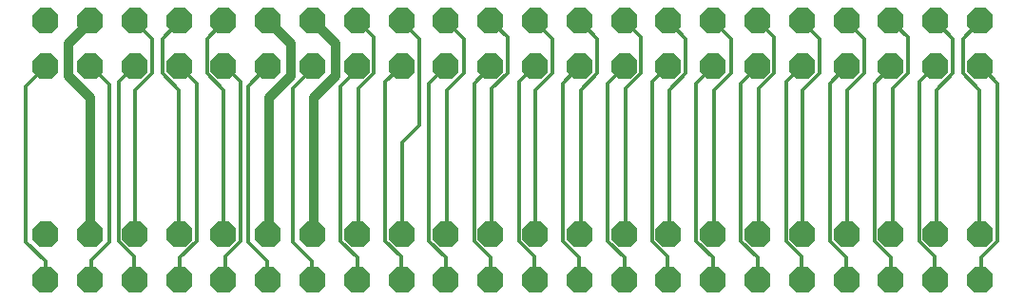
<source format=gtl>
G04 EAGLE Gerber RS-274X export*
G75*
%MOMM*%
%FSLAX34Y34*%
%LPD*%
%INTop Copper*%
%IPPOS*%
%AMOC8*
5,1,8,0,0,1.08239X$1,22.5*%
G01*
%ADD10P,2.474344X8X202.500000*%
%ADD11P,2.474344X8X22.500000*%
%ADD12C,0.812800*%
%ADD13C,0.304800*%


D10*
X568960Y261620D03*
X568960Y220980D03*
X608584Y261620D03*
X648208Y261620D03*
X687832Y261620D03*
X727456Y261620D03*
X767080Y261620D03*
X806704Y261620D03*
X846328Y261620D03*
X885952Y261620D03*
X925576Y261620D03*
X965200Y261620D03*
X608584Y220980D03*
X648208Y220980D03*
X687832Y220980D03*
X727456Y220980D03*
X767080Y220980D03*
X806704Y220980D03*
X846328Y220980D03*
X885952Y220980D03*
X925576Y220980D03*
X965200Y220980D03*
D11*
X529336Y220980D03*
X529336Y261620D03*
X489712Y220980D03*
X450088Y220980D03*
X410464Y220980D03*
X370840Y220980D03*
X331216Y220980D03*
X291592Y220980D03*
X251968Y220980D03*
X212344Y220980D03*
X172720Y220980D03*
X133096Y220980D03*
X489712Y261620D03*
X450088Y261620D03*
X410464Y261620D03*
X370840Y261620D03*
X331216Y261620D03*
X291592Y261620D03*
X251968Y261620D03*
X212344Y261620D03*
X172720Y261620D03*
X133096Y261620D03*
D10*
X568960Y71120D03*
X568960Y30480D03*
X608584Y71120D03*
X648208Y71120D03*
X687832Y71120D03*
X727456Y71120D03*
X767080Y71120D03*
X806704Y71120D03*
X846328Y71120D03*
X885952Y71120D03*
X925576Y71120D03*
X965200Y71120D03*
X608584Y30480D03*
X648208Y30480D03*
X687832Y30480D03*
X727456Y30480D03*
X767080Y30480D03*
X806704Y30480D03*
X846328Y30480D03*
X885952Y30480D03*
X925576Y30480D03*
X965200Y30480D03*
D11*
X529336Y30480D03*
X529336Y71120D03*
X489712Y30480D03*
X450088Y30480D03*
X410464Y30480D03*
X370840Y30480D03*
X331216Y30480D03*
X291592Y30480D03*
X251968Y30480D03*
X212344Y30480D03*
X172720Y30480D03*
X133096Y30480D03*
X489712Y71120D03*
X450088Y71120D03*
X410464Y71120D03*
X370840Y71120D03*
X331216Y71120D03*
X291592Y71120D03*
X251968Y71120D03*
X212344Y71120D03*
X172720Y71120D03*
X133096Y71120D03*
D12*
X172593Y72009D02*
X172593Y193167D01*
X153162Y212598D01*
X153162Y241173D01*
X172593Y260604D01*
X172593Y72009D02*
X172720Y71120D01*
X172593Y260604D02*
X172720Y261620D01*
D13*
X924687Y51435D02*
X924687Y30861D01*
X924687Y51435D02*
X910971Y65151D01*
X910971Y206883D01*
X924687Y220599D01*
X924687Y30861D02*
X925576Y30480D01*
X924687Y220599D02*
X925576Y220980D01*
X885825Y50292D02*
X885825Y30861D01*
X885825Y50292D02*
X870966Y65151D01*
X870966Y205740D01*
X885825Y220599D01*
X885825Y30861D02*
X885952Y30480D01*
X885825Y220599D02*
X885952Y220980D01*
X845820Y50292D02*
X845820Y30861D01*
X845820Y50292D02*
X830961Y65151D01*
X830961Y205740D01*
X845820Y220599D01*
X845820Y30861D02*
X846328Y30480D01*
X845820Y220599D02*
X846328Y220980D01*
X648081Y50292D02*
X648081Y30861D01*
X648081Y50292D02*
X633222Y65151D01*
X633222Y205740D01*
X648081Y220599D01*
X648081Y30861D02*
X648208Y30480D01*
X648081Y220599D02*
X648208Y220980D01*
X608076Y50292D02*
X608076Y30861D01*
X608076Y50292D02*
X593217Y65151D01*
X593217Y205740D01*
X608076Y220599D01*
X608076Y30861D02*
X608584Y30480D01*
X608076Y220599D02*
X608584Y220980D01*
X568071Y51435D02*
X568071Y30861D01*
X568071Y51435D02*
X554355Y65151D01*
X554355Y206883D01*
X568071Y220599D01*
X568071Y30861D02*
X568960Y30480D01*
X568071Y220599D02*
X568960Y220980D01*
X529209Y50292D02*
X529209Y30861D01*
X529209Y50292D02*
X514350Y65151D01*
X514350Y205740D01*
X529209Y220599D01*
X529209Y30861D02*
X529336Y30480D01*
X529209Y220599D02*
X529336Y220980D01*
X489204Y50292D02*
X489204Y30861D01*
X489204Y50292D02*
X474345Y65151D01*
X474345Y205740D01*
X489204Y220599D01*
X489204Y30861D02*
X489712Y30480D01*
X489204Y220599D02*
X489712Y220980D01*
X449199Y51435D02*
X449199Y30861D01*
X449199Y51435D02*
X435483Y65151D01*
X435483Y206883D01*
X449199Y220599D01*
X449199Y30861D02*
X450088Y30480D01*
X449199Y220599D02*
X450088Y220980D01*
X965835Y50292D02*
X965835Y30861D01*
X965835Y50292D02*
X980694Y65151D01*
X980694Y205740D01*
X965835Y220599D01*
X965835Y30861D02*
X965200Y30480D01*
X965835Y220599D02*
X965200Y220980D01*
X805815Y51435D02*
X805815Y30861D01*
X805815Y51435D02*
X792099Y65151D01*
X792099Y206883D01*
X805815Y220599D01*
X805815Y30861D02*
X806704Y30480D01*
X805815Y220599D02*
X806704Y220980D01*
X766953Y50292D02*
X766953Y30861D01*
X766953Y50292D02*
X752094Y65151D01*
X752094Y205740D01*
X766953Y220599D01*
X766953Y30861D02*
X767080Y30480D01*
X766953Y220599D02*
X767080Y220980D01*
X726948Y50292D02*
X726948Y30861D01*
X726948Y50292D02*
X712089Y65151D01*
X712089Y205740D01*
X726948Y220599D01*
X726948Y30861D02*
X727456Y30480D01*
X726948Y220599D02*
X727456Y220980D01*
X686943Y51435D02*
X686943Y30861D01*
X686943Y51435D02*
X673227Y65151D01*
X673227Y206883D01*
X686943Y220599D01*
X686943Y30861D02*
X687832Y30480D01*
X686943Y220599D02*
X687832Y220980D01*
X410337Y50292D02*
X410337Y30861D01*
X410337Y50292D02*
X395478Y65151D01*
X395478Y203454D01*
X410337Y218313D01*
X410337Y220599D01*
X410337Y30861D02*
X410464Y30480D01*
X410337Y220599D02*
X410464Y220980D01*
X370332Y46863D02*
X370332Y30861D01*
X370332Y46863D02*
X353187Y64008D01*
X353187Y201168D01*
X370332Y218313D01*
X370332Y220599D01*
X370332Y30861D02*
X370840Y30480D01*
X370332Y220599D02*
X370840Y220980D01*
X728091Y200025D02*
X728091Y72009D01*
X728091Y200025D02*
X742950Y214884D01*
X742950Y245745D01*
X728091Y260604D01*
X728091Y72009D02*
X727456Y71120D01*
X728091Y260604D02*
X727456Y261620D01*
X450342Y153162D02*
X450342Y72009D01*
X450342Y153162D02*
X465201Y168021D01*
X465201Y245745D01*
X450342Y260604D01*
X450342Y72009D02*
X450088Y71120D01*
X450342Y260604D02*
X450088Y261620D01*
X490347Y200025D02*
X490347Y72009D01*
X490347Y200025D02*
X505206Y214884D01*
X505206Y245745D01*
X490347Y260604D01*
X490347Y72009D02*
X489712Y71120D01*
X490347Y260604D02*
X489712Y261620D01*
X530352Y201168D02*
X530352Y72009D01*
X530352Y201168D02*
X544068Y214884D01*
X544068Y246888D01*
X529336Y261620D01*
X530352Y72009D02*
X529336Y71120D01*
X569214Y72009D02*
X569214Y200025D01*
X584073Y214884D01*
X584073Y245745D01*
X569214Y260604D01*
X569214Y72009D02*
X568960Y71120D01*
X569214Y260604D02*
X568960Y261620D01*
X609219Y200025D02*
X609219Y72009D01*
X609219Y200025D02*
X624078Y214884D01*
X624078Y245745D01*
X609219Y260604D01*
X609219Y72009D02*
X608584Y71120D01*
X609219Y260604D02*
X608584Y261620D01*
X649224Y201168D02*
X649224Y72009D01*
X649224Y201168D02*
X662940Y214884D01*
X662940Y246888D01*
X648208Y261620D01*
X649224Y72009D02*
X648208Y71120D01*
X688086Y72009D02*
X688086Y200025D01*
X702945Y214884D01*
X702945Y245745D01*
X688086Y260604D01*
X688086Y72009D02*
X687832Y71120D01*
X688086Y260604D02*
X687832Y261620D01*
X330327Y46863D02*
X330327Y30861D01*
X330327Y46863D02*
X313182Y64008D01*
X313182Y203454D01*
X330327Y220599D01*
X330327Y30861D02*
X331216Y30480D01*
X330327Y220599D02*
X331216Y220980D01*
X411480Y201168D02*
X411480Y72009D01*
X411480Y201168D02*
X425196Y214884D01*
X425196Y246888D01*
X410464Y261620D01*
X411480Y72009D02*
X410464Y71120D01*
X768096Y72009D02*
X768096Y201168D01*
X781812Y214884D01*
X781812Y246888D01*
X767080Y261620D01*
X768096Y72009D02*
X767080Y71120D01*
X846963Y72009D02*
X846963Y200025D01*
X861822Y214884D01*
X861822Y245745D01*
X846963Y260604D01*
X846963Y72009D02*
X846328Y71120D01*
X846963Y260604D02*
X846328Y261620D01*
X886968Y201168D02*
X886968Y72009D01*
X886968Y201168D02*
X900684Y214884D01*
X900684Y246888D01*
X885952Y261620D01*
X886968Y72009D02*
X885952Y71120D01*
X173736Y48006D02*
X173736Y30861D01*
X173736Y48006D02*
X189738Y64008D01*
X189738Y204597D01*
X173736Y220599D01*
X173736Y30861D02*
X172720Y30480D01*
X173736Y220599D02*
X172720Y220980D01*
X925830Y200025D02*
X925830Y72009D01*
X925830Y200025D02*
X940689Y214884D01*
X940689Y245745D01*
X925830Y260604D01*
X925830Y72009D02*
X925576Y71120D01*
X925830Y260604D02*
X925576Y261620D01*
X964692Y200025D02*
X964692Y72009D01*
X964692Y200025D02*
X949833Y214884D01*
X949833Y245745D01*
X964692Y260604D01*
X964692Y72009D02*
X965200Y71120D01*
X964692Y260604D02*
X965200Y261620D01*
X211455Y51435D02*
X211455Y30861D01*
X211455Y51435D02*
X197739Y65151D01*
X197739Y206883D01*
X211455Y220599D01*
X211455Y30861D02*
X212344Y30480D01*
X211455Y220599D02*
X212344Y220980D01*
X806958Y200025D02*
X806958Y72009D01*
X806958Y200025D02*
X821817Y214884D01*
X821817Y245745D01*
X806958Y260604D01*
X806958Y72009D02*
X806704Y71120D01*
X806958Y260604D02*
X806704Y261620D01*
D12*
X371475Y193167D02*
X371475Y72009D01*
X371475Y193167D02*
X390906Y212598D01*
X390906Y241173D01*
X371475Y260604D01*
X371475Y72009D02*
X370840Y71120D01*
X371475Y260604D02*
X370840Y261620D01*
D13*
X291465Y200025D02*
X291465Y72009D01*
X291465Y200025D02*
X276606Y214884D01*
X276606Y245745D01*
X291465Y260604D01*
X291465Y72009D02*
X291592Y71120D01*
X291465Y260604D02*
X291592Y261620D01*
X251460Y200025D02*
X251460Y72009D01*
X251460Y200025D02*
X236601Y214884D01*
X236601Y245745D01*
X251460Y260604D01*
X251460Y72009D02*
X251968Y71120D01*
X251460Y260604D02*
X251968Y261620D01*
X212598Y200025D02*
X212598Y72009D01*
X212598Y200025D02*
X227457Y214884D01*
X227457Y245745D01*
X212598Y260604D01*
X212598Y72009D02*
X212344Y71120D01*
X212598Y260604D02*
X212344Y261620D01*
X252603Y50292D02*
X252603Y30861D01*
X252603Y50292D02*
X267462Y65151D01*
X267462Y205740D01*
X252603Y220599D01*
X252603Y30861D02*
X251968Y30480D01*
X252603Y220599D02*
X251968Y220980D01*
X292608Y51435D02*
X292608Y30861D01*
X292608Y51435D02*
X306324Y65151D01*
X306324Y206883D01*
X292608Y220599D01*
X292608Y30861D02*
X291592Y30480D01*
X292608Y220599D02*
X291592Y220980D01*
X132588Y46863D02*
X132588Y30861D01*
X132588Y46863D02*
X115443Y64008D01*
X115443Y203454D01*
X132588Y220599D01*
X132588Y30861D02*
X133096Y30480D01*
X132588Y220599D02*
X133096Y220980D01*
D12*
X331470Y193167D02*
X331470Y72009D01*
X331470Y193167D02*
X350901Y212598D01*
X350901Y241173D01*
X331470Y260604D01*
X331470Y72009D02*
X331216Y71120D01*
X331470Y260604D02*
X331216Y261620D01*
M02*

</source>
